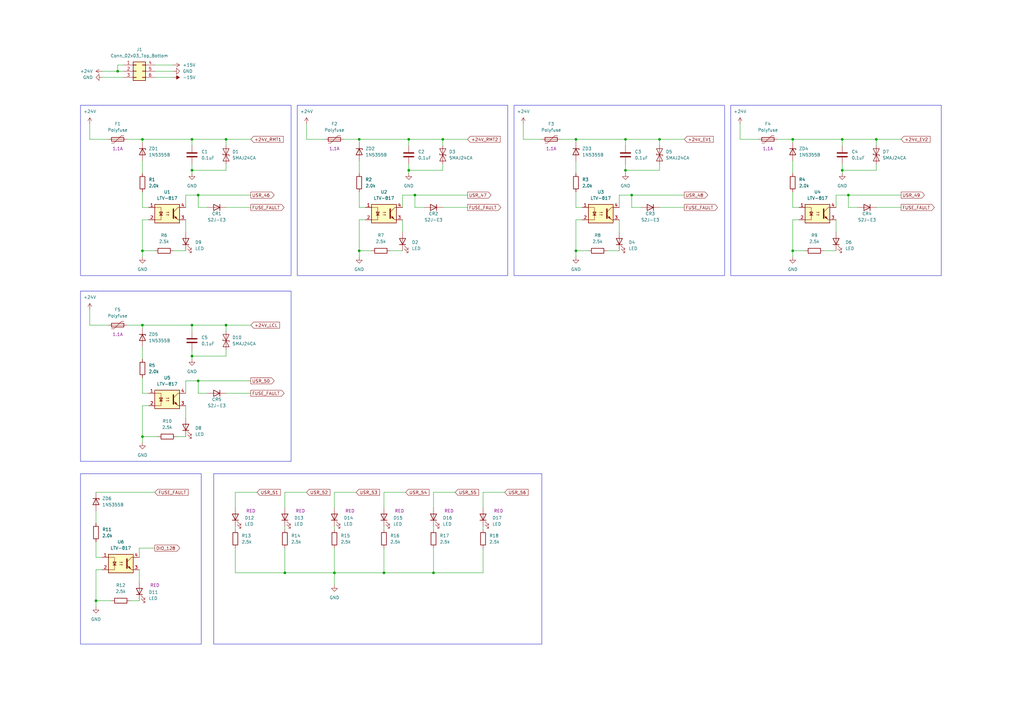
<source format=kicad_sch>
(kicad_sch (version 20230121) (generator eeschema)
  (paper "A3")
  (lib_symbols
    (symbol "Connector_Generic:Conn_02x03_Top_Bottom" (pin_names (offset 1.016) hide)
      (property "Reference" "J" (at 1.27 5.08 0))
      (property "Value" "Conn_02x03_Top_Bottom" (at 1.27 -5.08 0))
      (symbol "Conn_02x03_Top_Bottom_1_1"
        (rectangle (start -1.27 -2.413) (end 0 -2.667) (stroke (width 0.1524)))
        (rectangle (start -1.27 0.127) (end 0 -0.127) (stroke (width 0.1524)))
        (rectangle (start -1.27 2.667) (end 0 2.413) (stroke (width 0.1524)))
        (rectangle (start -1.27 3.81) (end 3.81 -3.81) (stroke (width 0.254)) (fill (type background)))
        (rectangle (start 3.81 -2.413) (end 2.54 -2.667) (stroke (width 0.1524)))
        (rectangle (start 3.81 0.127) (end 2.54 -0.127) (stroke (width 0.1524)))
        (rectangle (start 3.81 2.667) (end 2.54 2.413) (stroke (width 0.1524)))
        (pin passive line (at -5.08 2.54 0) (length 3.81) (name "Pin_1") (number "1"))
        (pin passive line (at -5.08 0 0) (length 3.81) (name "Pin_2") (number "2"))
        (pin passive line (at -5.08 -2.54 0) (length 3.81) (name "Pin_3") (number "3"))
        (pin passive line (at 7.62 2.54 180) (length 3.81) (name "Pin_4") (number "4"))
        (pin passive line (at 7.62 0 180) (length 3.81) (name "Pin_5") (number "5"))
        (pin passive line (at 7.62 -2.54 180) (length 3.81) (name "Pin_6") (number "6"))
      )
    )
    (symbol "Device:C" (pin_numbers hide) (pin_names (offset 0.254))
      (property "Reference" "C" (at 0.635 2.54 0))
      (property "Value" "C" (at 0.635 -2.54 0))
      (symbol "C_0_1"
        (polyline (pts (xy -2.032 -0.762) (xy 2.032 -0.762)) (stroke (width 0.508)))
        (polyline (pts (xy -2.032 0.762) (xy 2.032 0.762)) (stroke (width 0.508)))
      )
      (symbol "C_1_1"
        (pin passive line (at 0 3.81 270) (length 2.794) (name "~") (number "1"))
        (pin passive line (at 0 -3.81 90) (length 2.794) (name "~") (number "2"))
      )
    )
    (symbol "Device:LED" (pin_numbers hide) (pin_names (offset 1.016) hide)
      (property "Reference" "D" (at 0 2.54 0))
      (property "Value" "LED" (at 0 -2.54 0))
      (symbol "LED_0_1"
        (polyline (pts (xy -1.27 -1.27) (xy -1.27 1.27)) (stroke (width 0.254)))
        (polyline (pts (xy -1.27 0) (xy 1.27 0)))
        (polyline (pts (xy 1.27 -1.27) (xy 1.27 1.27) (xy -1.27 0) (xy 1.27 -1.27)) (stroke (width 0.254)))
        (polyline (pts (xy -3.048 -0.762) (xy -4.572 -2.286) (xy -3.81 -2.286) (xy -4.572 -2.286) (xy -4.572 -1.524)))
        (polyline (pts (xy -1.778 -0.762) (xy -3.302 -2.286) (xy -2.54 -2.286) (xy -3.302 -2.286) (xy -3.302 -1.524)))
      )
      (symbol "LED_1_1"
        (pin passive line (at -3.81 0 0) (length 2.54) (name "K") (number "1"))
        (pin passive line (at 3.81 0 180) (length 2.54) (name "A") (number "2"))
      )
    )
    (symbol "Device:Polyfuse" (pin_numbers hide) (pin_names (offset 0))
      (property "Reference" "F" (at -2.54 0 90))
      (property "Value" "Polyfuse" (at 2.54 0 90))
      (symbol "Polyfuse_0_1"
        (rectangle (start -0.762 2.54) (end 0.762 -2.54) (stroke (width 0.254)))
        (polyline (pts (xy 0 2.54) (xy 0 -2.54)))
        (polyline (pts (xy -1.524 2.54) (xy -1.524 1.524) (xy 1.524 -1.524) (xy 1.524 -2.54)))
      )
      (symbol "Polyfuse_1_1"
        (pin passive line (at 0 3.81 270) (length 1.27) (name "~") (number "1"))
        (pin passive line (at 0 -3.81 90) (length 1.27) (name "~") (number "2"))
      )
    )
    (symbol "Device:R" (pin_numbers hide) (pin_names (offset 0))
      (property "Reference" "R" (at 2.032 0 90))
      (property "Value" "R" (at 0 0 90))
      (symbol "R_0_1"
        (rectangle (start -1.016 -2.54) (end 1.016 2.54) (stroke (width 0.254)))
      )
      (symbol "R_1_1"
        (pin passive line (at 0 3.81 270) (length 1.27) (name "~") (number "1"))
        (pin passive line (at 0 -3.81 90) (length 1.27) (name "~") (number "2"))
      )
    )
    (symbol "Diode:1N53xxB" (pin_numbers hide) (pin_names hide)
      (property "Reference" "D" (at 0 2.54 0))
      (property "Value" "1N53xxB" (at 0 -2.54 0))
      (symbol "1N53xxB_0_1"
        (polyline (pts (xy 1.27 0) (xy -1.27 0)))
        (polyline (pts (xy -1.27 -1.27) (xy -1.27 1.27) (xy -0.762 1.27)) (stroke (width 0.254)))
        (polyline (pts (xy 1.27 -1.27) (xy 1.27 1.27) (xy -1.27 0) (xy 1.27 -1.27)) (stroke (width 0.254)))
      )
      (symbol "1N53xxB_1_1"
        (pin passive line (at -3.81 0 0) (length 2.54) (name "K") (number "1"))
        (pin passive line (at 3.81 0 180) (length 2.54) (name "A") (number "2"))
      )
    )
    (symbol "Diode:SMAJ24CA" (pin_numbers hide) (pin_names (offset 1.016) hide)
      (property "Reference" "D" (at 0 2.54 0))
      (property "Value" "SMAJ24CA" (at 0 -2.54 0))
      (symbol "SMAJ24CA_0_1"
        (polyline (pts (xy 1.27 0) (xy -1.27 0)))
        (polyline (pts (xy -2.54 -1.27) (xy 0 0) (xy -2.54 1.27) (xy -2.54 -1.27)) (stroke (width 0.2032)))
        (polyline (pts (xy 0.508 1.27) (xy 0 1.27) (xy 0 -1.27) (xy -0.508 -1.27)) (stroke (width 0.2032)))
        (polyline (pts (xy 2.54 1.27) (xy 2.54 -1.27) (xy 0 0) (xy 2.54 1.27)) (stroke (width 0.2032)))
      )
      (symbol "SMAJ24CA_1_1"
        (pin passive line (at -3.81 0 0) (length 2.54) (name "A1") (number "1"))
        (pin passive line (at 3.81 0 180) (length 2.54) (name "A2") (number "2"))
      )
    )
    (symbol "Diode:US1J" (pin_numbers hide) (pin_names hide)
      (property "Reference" "D" (at 0 2.54 0))
      (property "Value" "US1J" (at 0 -2.54 0))
      (symbol "US1J_0_1"
        (polyline (pts (xy -1.27 1.27) (xy -1.27 -1.27)) (stroke (width 0.254)))
        (polyline (pts (xy 1.27 0) (xy -1.27 0)))
        (polyline (pts (xy 1.27 1.27) (xy 1.27 -1.27) (xy -1.27 0) (xy 1.27 1.27)) (stroke (width 0.254)))
      )
      (symbol "US1J_1_1"
        (pin passive line (at -3.81 0 0) (length 2.54) (name "K") (number "1"))
        (pin passive line (at 3.81 0 180) (length 2.54) (name "A") (number "2"))
      )
    )
    (symbol "Isolator:LTV-817" (pin_names (offset 1.016))
      (property "Reference" "U" (at -5.08 5.08 0))
      (property "Value" "LTV-817" (at 0 5.08 0))
      (symbol "LTV-817_0_1"
        (rectangle (start -5.08 3.81) (end 5.08 -3.81) (stroke (width 0.254)) (fill (type background)))
        (polyline (pts (xy -3.175 -0.635) (xy -1.905 -0.635)) (stroke (width 0.254)))
        (polyline (pts (xy 2.54 0.635) (xy 4.445 2.54)))
        (polyline (pts (xy 4.445 -2.54) (xy 2.54 -0.635)) (fill (type outline)))
        (polyline (pts (xy 4.445 -2.54) (xy 5.08 -2.54)))
        (polyline (pts (xy 4.445 2.54) (xy 5.08 2.54)))
        (polyline (pts (xy -5.08 2.54) (xy -2.54 2.54) (xy -2.54 -0.762)))
        (polyline (pts (xy -2.54 -0.635) (xy -2.54 -2.54) (xy -5.08 -2.54)))
        (polyline (pts (xy 2.54 1.905) (xy 2.54 -1.905) (xy 2.54 -1.905)) (stroke (width 0.508)))
        (polyline (pts (xy -2.54 -0.635) (xy -3.175 0.635) (xy -1.905 0.635) (xy -2.54 -0.635)) (stroke (width 0.254)))
        (polyline (pts (xy -0.508 -0.508) (xy 0.762 -0.508) (xy 0.381 -0.635) (xy 0.381 -0.381) (xy 0.762 -0.508)))
        (polyline (pts (xy -0.508 0.508) (xy 0.762 0.508) (xy 0.381 0.381) (xy 0.381 0.635) (xy 0.762 0.508)))
        (polyline (pts (xy 3.048 -1.651) (xy 3.556 -1.143) (xy 4.064 -2.159) (xy 3.048 -1.651) (xy 3.048 -1.651)) (fill (type outline)))
      )
      (symbol "LTV-817_1_1"
        (pin passive line (at -7.62 2.54 0) (length 2.54) (name "~") (number "1"))
        (pin passive line (at -7.62 -2.54 0) (length 2.54) (name "~") (number "2"))
        (pin passive line (at 7.62 -2.54 180) (length 2.54) (name "~") (number "3"))
        (pin passive line (at 7.62 2.54 180) (length 2.54) (name "~") (number "4"))
      )
    )
    (symbol "power:+15V" (power) (pin_names (offset 0))
      (property "Value" "+15V" (at 0 3.556 0))
      (symbol "+15V_0_1"
        (polyline (pts (xy -0.762 1.27) (xy 0 2.54)))
        (polyline (pts (xy 0 0) (xy 0 2.54)))
        (polyline (pts (xy 0 2.54) (xy 0.762 1.27)))
      )
      (symbol "+15V_1_1"
        (pin power_in line (at 0 0 90) (length 0) hide (name "+15V") (number "1"))
      )
    )
    (symbol "power:+24V" (power) (pin_names (offset 0))
      (property "Value" "+24V" (at 0 3.556 0))
      (symbol "+24V_0_1"
        (polyline (pts (xy -0.762 1.27) (xy 0 2.54)))
        (polyline (pts (xy 0 0) (xy 0 2.54)))
        (polyline (pts (xy 0 2.54) (xy 0.762 1.27)))
      )
      (symbol "+24V_1_1"
        (pin power_in line (at 0 0 90) (length 0) hide (name "+24V") (number "1"))
      )
    )
    (symbol "power:-15V" (power) (pin_names (offset 0))
      (property "Value" "-15V" (at 0 3.81 0))
      (symbol "-15V_0_0"
        (pin power_in line (at 0 0 90) (length 0) hide (name "-15V") (number "1"))
      )
      (symbol "-15V_0_1"
        (polyline (pts (xy 0 0) (xy 0 1.27) (xy 0.762 1.27) (xy 0 2.54) (xy -0.762 1.27) (xy 0 1.27)) (fill (type outline)))
      )
    )
    (symbol "power:GND" (power) (pin_names (offset 0))
      (property "Value" "GND" (at 0 -3.81 0))
      (symbol "GND_0_1"
        (polyline (pts (xy 0 0) (xy 0 -1.27) (xy 1.27 -1.27) (xy 0 -2.54) (xy -1.27 -1.27) (xy 0 -1.27)))
      )
      (symbol "GND_1_1"
        (pin power_in line (at 0 0 270) (length 0) hide (name "GND") (number "1"))
      )
    )
  )
  (junction (at 147.32 102.87))
  (junction (at 147.32 57.15))
  (junction (at 78.74 69.85))
  (junction (at 116.84 234.95))
  (junction (at 325.12 102.87))
  (junction (at 345.44 57.15))
  (junction (at 177.8 234.95))
  (junction (at 256.54 57.15))
  (junction (at 167.64 69.85))
  (junction (at 259.08 80.01))
  (junction (at 236.22 102.87))
  (junction (at 58.42 57.15))
  (junction (at 359.41 57.15))
  (junction (at 48.26 29.21))
  (junction (at 92.71 133.35))
  (junction (at 78.74 57.15))
  (junction (at 39.37 246.38))
  (junction (at 236.22 57.15))
  (junction (at 92.71 57.15))
  (junction (at 256.54 69.85))
  (junction (at 78.74 133.35))
  (junction (at 181.61 57.15))
  (junction (at 58.42 102.87))
  (junction (at 170.18 80.01))
  (junction (at 325.12 57.15))
  (junction (at 157.48 234.95))
  (junction (at 137.16 234.95))
  (junction (at 345.44 69.85))
  (junction (at 81.28 156.21))
  (junction (at 58.42 179.07))
  (junction (at 167.64 57.15))
  (junction (at 81.28 80.01))
  (junction (at 58.42 133.35))
  (junction (at 347.98 80.01))
  (junction (at 78.74 146.05))
  (junction (at 270.51 57.15))
  (wire (pts (xy 325.12 85.09) (xy 327.66 85.09)))
  (wire (pts (xy 236.22 85.09) (xy 238.76 85.09)))
  (wire (pts (xy 181.61 57.15) (xy 191.77 57.15)))
  (wire (pts (xy 254 80.01) (xy 254 85.09)))
  (wire (pts (xy 58.42 133.35) (xy 58.42 134.62)))
  (wire (pts (xy 78.74 69.85) (xy 78.74 71.12)))
  (wire (pts (xy 125.73 201.93) (xy 116.84 201.93)))
  (wire (pts (xy 81.28 85.09) (xy 81.28 80.01)))
  (wire (pts (xy 92.71 57.15) (xy 102.87 57.15)))
  (wire (pts (xy 58.42 102.87) (xy 63.5 102.87)))
  (wire (pts (xy 78.74 133.35) (xy 92.71 133.35)))
  (wire (pts (xy 181.61 85.09) (xy 191.77 85.09)))
  (wire (pts (xy 39.37 233.68) (xy 39.37 246.38)))
  (wire (pts (xy 325.12 90.17) (xy 327.66 90.17)))
  (wire (pts (xy 214.63 50.8) (xy 214.63 57.15)))
  (wire (pts (xy 351.79 85.09) (xy 347.98 85.09)))
  (wire (pts (xy 58.42 66.04) (xy 58.42 71.12)))
  (wire (pts (xy 63.5 29.21) (xy 71.12 29.21)))
  (wire (pts (xy 166.37 201.93) (xy 157.48 201.93)))
  (wire (pts (xy 92.71 85.09) (xy 102.87 85.09)))
  (wire (pts (xy 39.37 228.6) (xy 41.91 228.6)))
  (wire (pts (xy 270.51 69.85) (xy 256.54 69.85)))
  (wire (pts (xy 58.42 85.09) (xy 60.96 85.09)))
  (wire (pts (xy 58.42 179.07) (xy 58.42 181.61)))
  (wire (pts (xy 92.71 143.51) (xy 92.71 146.05)))
  (wire (pts (xy 248.92 102.87) (xy 254 102.87)))
  (wire (pts (xy 96.52 234.95) (xy 116.84 234.95)))
  (wire (pts (xy 102.87 156.21) (xy 81.28 156.21)))
  (wire (pts (xy 125.73 57.15) (xy 133.35 57.15)))
  (wire (pts (xy 236.22 102.87) (xy 236.22 105.41)))
  (wire (pts (xy 36.83 133.35) (xy 44.45 133.35)))
  (wire (pts (xy 71.12 102.87) (xy 76.2 102.87)))
  (wire (pts (xy 58.42 102.87) (xy 58.42 105.41)))
  (wire (pts (xy 359.41 57.15) (xy 369.57 57.15)))
  (wire (pts (xy 270.51 57.15) (xy 280.67 57.15)))
  (wire (pts (xy 92.71 133.35) (xy 102.87 133.35)))
  (wire (pts (xy 78.74 57.15) (xy 92.71 57.15)))
  (wire (pts (xy 177.8 201.93) (xy 177.8 208.28)))
  (wire (pts (xy 325.12 78.74) (xy 325.12 85.09)))
  (wire (pts (xy 39.37 246.38) (xy 39.37 248.92)))
  (wire (pts (xy 254 90.17) (xy 254 95.25)))
  (wire (pts (xy 36.83 127) (xy 36.83 133.35)))
  (wire (pts (xy 140.97 57.15) (xy 147.32 57.15)))
  (wire (pts (xy 256.54 57.15) (xy 270.51 57.15)))
  (wire (pts (xy 58.42 154.94) (xy 58.42 161.29)))
  (wire (pts (xy 147.32 90.17) (xy 147.32 102.87)))
  (wire (pts (xy 147.32 66.04) (xy 147.32 71.12)))
  (wire (pts (xy 72.39 179.07) (xy 76.2 179.07)))
  (wire (pts (xy 76.2 90.17) (xy 76.2 95.25)))
  (wire (pts (xy 147.32 90.17) (xy 149.86 90.17)))
  (wire (pts (xy 262.89 85.09) (xy 259.08 85.09)))
  (wire (pts (xy 157.48 201.93) (xy 157.48 208.28)))
  (wire (pts (xy 76.2 166.37) (xy 76.2 171.45)))
  (wire (pts (xy 78.74 59.69) (xy 78.74 57.15)))
  (wire (pts (xy 78.74 133.35) (xy 58.42 133.35)))
  (wire (pts (xy 236.22 66.04) (xy 236.22 71.12)))
  (wire (pts (xy 147.32 102.87) (xy 152.4 102.87)))
  (wire (pts (xy 116.84 234.95) (xy 137.16 234.95)))
  (wire (pts (xy 146.05 201.93) (xy 137.16 201.93)))
  (wire (pts (xy 157.48 224.79) (xy 157.48 234.95)))
  (wire (pts (xy 48.26 26.67) (xy 48.26 29.21)))
  (wire (pts (xy 181.61 69.85) (xy 167.64 69.85)))
  (wire (pts (xy 137.16 234.95) (xy 157.48 234.95)))
  (wire (pts (xy 345.44 57.15) (xy 325.12 57.15)))
  (wire (pts (xy 76.2 80.01) (xy 76.2 85.09)))
  (wire (pts (xy 78.74 146.05) (xy 78.74 147.32)))
  (wire (pts (xy 92.71 146.05) (xy 78.74 146.05)))
  (wire (pts (xy 325.12 102.87) (xy 330.2 102.87)))
  (wire (pts (xy 102.87 80.01) (xy 81.28 80.01)))
  (wire (pts (xy 96.52 215.9) (xy 96.52 217.17)))
  (wire (pts (xy 236.22 90.17) (xy 238.76 90.17)))
  (wire (pts (xy 359.41 67.31) (xy 359.41 69.85)))
  (wire (pts (xy 167.64 57.15) (xy 147.32 57.15)))
  (wire (pts (xy 236.22 78.74) (xy 236.22 85.09)))
  (wire (pts (xy 256.54 67.31) (xy 256.54 69.85)))
  (wire (pts (xy 147.32 102.87) (xy 147.32 105.41)))
  (wire (pts (xy 58.42 57.15) (xy 58.42 58.42)))
  (wire (pts (xy 36.83 57.15) (xy 44.45 57.15)))
  (wire (pts (xy 167.64 59.69) (xy 167.64 57.15)))
  (wire (pts (xy 81.28 161.29) (xy 81.28 156.21)))
  (wire (pts (xy 85.09 161.29) (xy 81.28 161.29)))
  (wire (pts (xy 48.26 29.21) (xy 50.8 29.21)))
  (wire (pts (xy 105.41 201.93) (xy 96.52 201.93)))
  (wire (pts (xy 96.52 201.93) (xy 96.52 208.28)))
  (wire (pts (xy 58.42 90.17) (xy 60.96 90.17)))
  (wire (pts (xy 92.71 135.89) (xy 92.71 133.35)))
  (wire (pts (xy 318.77 57.15) (xy 325.12 57.15)))
  (wire (pts (xy 236.22 102.87) (xy 241.3 102.87)))
  (wire (pts (xy 116.84 215.9) (xy 116.84 217.17)))
  (wire (pts (xy 325.12 102.87) (xy 325.12 105.41)))
  (wire (pts (xy 325.12 66.04) (xy 325.12 71.12)))
  (wire (pts (xy 165.1 90.17) (xy 165.1 95.25)))
  (wire (pts (xy 280.67 80.01) (xy 259.08 80.01)))
  (wire (pts (xy 58.42 166.37) (xy 60.96 166.37)))
  (wire (pts (xy 342.9 90.17) (xy 342.9 95.25)))
  (wire (pts (xy 147.32 57.15) (xy 147.32 58.42)))
  (wire (pts (xy 36.83 50.8) (xy 36.83 57.15)))
  (wire (pts (xy 41.91 29.21) (xy 48.26 29.21)))
  (wire (pts (xy 181.61 59.69) (xy 181.61 57.15)))
  (wire (pts (xy 325.12 90.17) (xy 325.12 102.87)))
  (wire (pts (xy 347.98 80.01) (xy 342.9 80.01)))
  (wire (pts (xy 303.53 57.15) (xy 311.15 57.15)))
  (wire (pts (xy 167.64 57.15) (xy 181.61 57.15)))
  (wire (pts (xy 81.28 80.01) (xy 76.2 80.01)))
  (wire (pts (xy 92.71 69.85) (xy 78.74 69.85)))
  (wire (pts (xy 256.54 69.85) (xy 256.54 71.12)))
  (wire (pts (xy 303.53 50.8) (xy 303.53 57.15)))
  (wire (pts (xy 256.54 59.69) (xy 256.54 57.15)))
  (wire (pts (xy 39.37 222.25) (xy 39.37 228.6)))
  (wire (pts (xy 191.77 80.01) (xy 170.18 80.01)))
  (wire (pts (xy 116.84 224.79) (xy 116.84 234.95)))
  (wire (pts (xy 92.71 59.69) (xy 92.71 57.15)))
  (wire (pts (xy 137.16 215.9) (xy 137.16 217.17)))
  (wire (pts (xy 58.42 161.29) (xy 60.96 161.29)))
  (wire (pts (xy 157.48 234.95) (xy 177.8 234.95)))
  (wire (pts (xy 170.18 85.09) (xy 170.18 80.01)))
  (wire (pts (xy 57.15 233.68) (xy 57.15 238.76)))
  (wire (pts (xy 345.44 59.69) (xy 345.44 57.15)))
  (wire (pts (xy 167.64 67.31) (xy 167.64 69.85)))
  (wire (pts (xy 181.61 67.31) (xy 181.61 69.85)))
  (wire (pts (xy 342.9 80.01) (xy 342.9 85.09)))
  (wire (pts (xy 177.8 234.95) (xy 198.12 234.95)))
  (wire (pts (xy 39.37 209.55) (xy 39.37 214.63)))
  (wire (pts (xy 337.82 102.87) (xy 342.9 102.87)))
  (wire (pts (xy 270.51 59.69) (xy 270.51 57.15)))
  (wire (pts (xy 177.8 215.9) (xy 177.8 217.17)))
  (wire (pts (xy 78.74 57.15) (xy 58.42 57.15)))
  (wire (pts (xy 58.42 166.37) (xy 58.42 179.07)))
  (wire (pts (xy 78.74 135.89) (xy 78.74 133.35)))
  (wire (pts (xy 58.42 90.17) (xy 58.42 102.87)))
  (wire (pts (xy 347.98 85.09) (xy 347.98 80.01)))
  (wire (pts (xy 39.37 246.38) (xy 45.72 246.38)))
  (wire (pts (xy 116.84 201.93) (xy 116.84 208.28)))
  (wire (pts (xy 198.12 201.93) (xy 198.12 208.28)))
  (wire (pts (xy 147.32 78.74) (xy 147.32 85.09)))
  (wire (pts (xy 92.71 161.29) (xy 102.87 161.29)))
  (wire (pts (xy 58.42 78.74) (xy 58.42 85.09)))
  (wire (pts (xy 85.09 85.09) (xy 81.28 85.09)))
  (wire (pts (xy 186.69 201.93) (xy 177.8 201.93)))
  (wire (pts (xy 78.74 67.31) (xy 78.74 69.85)))
  (wire (pts (xy 259.08 85.09) (xy 259.08 80.01)))
  (wire (pts (xy 58.42 179.07) (xy 64.77 179.07)))
  (wire (pts (xy 214.63 57.15) (xy 222.25 57.15)))
  (wire (pts (xy 256.54 57.15) (xy 236.22 57.15)))
  (wire (pts (xy 345.44 57.15) (xy 359.41 57.15)))
  (wire (pts (xy 78.74 143.51) (xy 78.74 146.05)))
  (wire (pts (xy 57.15 224.79) (xy 63.5 224.79)))
  (wire (pts (xy 177.8 224.79) (xy 177.8 234.95)))
  (wire (pts (xy 92.71 67.31) (xy 92.71 69.85)))
  (wire (pts (xy 52.07 57.15) (xy 58.42 57.15)))
  (wire (pts (xy 198.12 215.9) (xy 198.12 217.17)))
  (wire (pts (xy 167.64 69.85) (xy 167.64 71.12)))
  (wire (pts (xy 39.37 201.93) (xy 63.5 201.93)))
  (wire (pts (xy 39.37 233.68) (xy 41.91 233.68)))
  (wire (pts (xy 137.16 201.93) (xy 137.16 208.28)))
  (wire (pts (xy 81.28 156.21) (xy 76.2 156.21)))
  (wire (pts (xy 41.91 31.75) (xy 50.8 31.75)))
  (wire (pts (xy 137.16 240.03) (xy 137.16 234.95)))
  (wire (pts (xy 359.41 85.09) (xy 369.57 85.09)))
  (wire (pts (xy 165.1 80.01) (xy 165.1 85.09)))
  (wire (pts (xy 58.42 142.24) (xy 58.42 147.32)))
  (wire (pts (xy 270.51 85.09) (xy 280.67 85.09)))
  (wire (pts (xy 76.2 156.21) (xy 76.2 161.29)))
  (wire (pts (xy 236.22 90.17) (xy 236.22 102.87)))
  (wire (pts (xy 198.12 224.79) (xy 198.12 234.95)))
  (wire (pts (xy 173.99 85.09) (xy 170.18 85.09)))
  (wire (pts (xy 137.16 224.79) (xy 137.16 234.95)))
  (wire (pts (xy 96.52 224.79) (xy 96.52 234.95)))
  (wire (pts (xy 270.51 67.31) (xy 270.51 69.85)))
  (wire (pts (xy 345.44 69.85) (xy 345.44 71.12)))
  (wire (pts (xy 57.15 224.79) (xy 57.15 228.6)))
  (wire (pts (xy 50.8 26.67) (xy 48.26 26.67)))
  (wire (pts (xy 236.22 57.15) (xy 236.22 58.42)))
  (wire (pts (xy 53.34 246.38) (xy 57.15 246.38)))
  (wire (pts (xy 359.41 59.69) (xy 359.41 57.15)))
  (wire (pts (xy 345.44 67.31) (xy 345.44 69.85)))
  (wire (pts (xy 147.32 85.09) (xy 149.86 85.09)))
  (wire (pts (xy 160.02 102.87) (xy 165.1 102.87)))
  (wire (pts (xy 359.41 69.85) (xy 345.44 69.85)))
  (wire (pts (xy 369.57 80.01) (xy 347.98 80.01)))
  (wire (pts (xy 325.12 57.15) (xy 325.12 58.42)))
  (wire (pts (xy 207.01 201.93) (xy 198.12 201.93)))
  (wire (pts (xy 170.18 80.01) (xy 165.1 80.01)))
  (wire (pts (xy 259.08 80.01) (xy 254 80.01)))
  (wire (pts (xy 157.48 215.9) (xy 157.48 217.17)))
  (wire (pts (xy 229.87 57.15) (xy 236.22 57.15)))
  (wire (pts (xy 63.5 31.75) (xy 71.12 31.75)))
  (wire (pts (xy 52.07 133.35) (xy 58.42 133.35)))
  (wire (pts (xy 125.73 50.8) (xy 125.73 57.15)))
  (wire (pts (xy 63.5 26.67) (xy 71.12 26.67)))
  (rectangle (start 33.02 194.31) (end 82.55 264.16))
  (rectangle (start 210.82 43.18) (end 297.18 113.03))
  (rectangle (start 299.72 43.18) (end 386.08 113.03))
  (rectangle (start 121.92 43.18) (end 208.28 113.03))
  (rectangle (start 33.02 119.38) (end 119.38 189.23))
  (rectangle (start 87.63 194.31) (end 222.25 264.16))
  (rectangle (start 33.02 43.18) (end 119.38 113.03))
  (global_label "USR_52" (shape input) (at 125.73 201.93 0) (property "Intersheetrefs" "${INTERSHEET_REFS}" (effects hide)))
  (global_label "FUSE_FAULT" (shape output) (at 102.87 161.29 0) (property "Intersheetrefs" "${INTERSHEET_REFS}" (effects hide)))
  (global_label "USR_50" (shape output) (at 102.87 156.21 0) (property "Intersheetrefs" "${INTERSHEET_REFS}" (effects hide)))
  (global_label "FUSE_FAULT" (shape input) (at 63.5 201.93 0) (property "Intersheetrefs" "${INTERSHEET_REFS}" (effects hide)))
  (global_label "FUSE_FAULT" (shape output) (at 280.67 85.09 0) (property "Intersheetrefs" "${INTERSHEET_REFS}" (effects hide)))
  (global_label "+24V_EV1" (shape input) (at 280.67 57.15 0) (property "Intersheetrefs" "${INTERSHEET_REFS}" (effects hide)))
  (global_label "FUSE_FAULT" (shape output) (at 369.57 85.09 0) (property "Intersheetrefs" "${INTERSHEET_REFS}" (effects hide)))
  (global_label "USR_49" (shape output) (at 369.57 80.01 0) (property "Intersheetrefs" "${INTERSHEET_REFS}" (effects hide)))
  (global_label "+24V_EV2" (shape input) (at 369.57 57.15 0) (property "Intersheetrefs" "${INTERSHEET_REFS}" (effects hide)))
  (global_label "USR_47" (shape output) (at 191.77 80.01 0) (property "Intersheetrefs" "${INTERSHEET_REFS}" (effects hide)))
  (global_label "DIO_128" (shape output) (at 63.5 224.79 0) (property "Intersheetrefs" "${INTERSHEET_REFS}" (effects hide)))
  (global_label "FUSE_FAULT" (shape output) (at 191.77 85.09 0) (property "Intersheetrefs" "${INTERSHEET_REFS}" (effects hide)))
  (global_label "USR_51" (shape input) (at 105.41 201.93 0) (property "Intersheetrefs" "${INTERSHEET_REFS}" (effects hide)))
  (global_label "+24V_RMT1" (shape input) (at 102.87 57.15 0) (property "Intersheetrefs" "${INTERSHEET_REFS}" (effects hide)))
  (global_label "+24V_LCL" (shape input) (at 102.87 133.35 0) (property "Intersheetrefs" "${INTERSHEET_REFS}" (effects hide)))
  (global_label "USR_53" (shape input) (at 146.05 201.93 0) (property "Intersheetrefs" "${INTERSHEET_REFS}" (effects hide)))
  (global_label "USR_55" (shape input) (at 186.69 201.93 0) (property "Intersheetrefs" "${INTERSHEET_REFS}" (effects hide)))
  (global_label "+24V_RMT2" (shape input) (at 191.77 57.15 0) (property "Intersheetrefs" "${INTERSHEET_REFS}" (effects hide)))
  (global_label "USR_48" (shape output) (at 280.67 80.01 0) (property "Intersheetrefs" "${INTERSHEET_REFS}" (effects hide)))
  (global_label "USR_46" (shape output) (at 102.87 80.01 0) (property "Intersheetrefs" "${INTERSHEET_REFS}" (effects hide)))
  (global_label "FUSE_FAULT" (shape output) (at 102.87 85.09 0) (property "Intersheetrefs" "${INTERSHEET_REFS}" (effects hide)))
  (global_label "USR_56" (shape input) (at 207.01 201.93 0) (property "Intersheetrefs" "${INTERSHEET_REFS}" (effects hide)))
  (global_label "USR_54" (shape input) (at 166.37 201.93 0) (property "Intersheetrefs" "${INTERSHEET_REFS}" (effects hide)))
  (symbol (lib_id "Device:R") (at 68.58 179.07 90) (unit 1)
    (property "Reference" "R10" (at 68.58 172.72 90))
    (property "Value" "2.5k" (at 68.58 175.26 90))
    (instances (project "ValorIntlk" (path "" (reference "R10") (unit 1)) (path "" (reference "R6") (unit 1))))
  )
  (symbol (lib_id "Diode:1N53xxB") (at 325.12 62.23 270) (unit 1)
    (property "Reference" "ZD4" (at 327.66 60.96 90) (effects (justify left)))
    (property "Value" "1N5355B" (at 327.66 63.5 90) (effects (justify left)))
    (property "Footprint" "Diode_THT:D_DO-201_P15.24mm_Horizontal" (effects hide))
    (property "Datasheet" "https://diotec.com/tl_files/diotec/files/pdf/datasheets/1n5345b.pdf" (effects hide))
    (instances (project "ValorIntlk" (path "" (reference "ZD4") (unit 1)) (path "" (reference "ZD6") (unit 1))))
  )
  (symbol (lib_id "Device:R") (at 156.21 102.87 90) (unit 1)
    (property "Reference" "R7" (at 156.21 96.52 90))
    (property "Value" "2.5k" (at 156.21 99.06 90))
    (instances (project "ValorIntlk" (path "" (reference "R7") (unit 1)) (path "" (reference "R11") (unit 1))))
  )
  (symbol (lib_id "power:GND") (at 71.12 29.21 90) (unit 1)
    (property "Reference" "#PWR05" (effects hide))
    (property "Value" "GND" (at 74.93 29.21 90) (effects (justify right)))
    (instances (project "ValorIntlk" (path "" (reference "#PWR05") (unit 1)) (path "" (reference "#PWR09") (unit 1))))
  )
  (symbol (lib_id "Device:R") (at 157.48 220.98 180) (unit 1)
    (property "Reference" "R16" (at 160.02 219.71 0) (effects (justify right)))
    (property "Value" "2.5k" (at 160.02 222.25 0) (effects (justify right)))
    (instances (project "ValorIntlk" (path "" (reference "R16") (unit 1)) (path "" (reference "R12") (unit 1))))
  )
  (symbol (lib_id "Diode:1N53xxB") (at 147.32 62.23 270) (unit 1)
    (property "Reference" "ZD2" (at 149.86 60.96 90) (effects (justify left)))
    (property "Value" "1N5355B" (at 149.86 63.5 90) (effects (justify left)))
    (property "Footprint" "Diode_THT:D_DO-201_P15.24mm_Horizontal" (effects hide))
    (property "Datasheet" "https://diotec.com/tl_files/diotec/files/pdf/datasheets/1n5345b.pdf" (effects hide))
    (instances (project "ValorIntlk" (path "" (reference "ZD2") (unit 1)) (path "" (reference "ZD4") (unit 1))))
  )
  (symbol (lib_id "power:GND") (at 147.32 105.41 0) (unit 1)
    (property "Reference" "#PWR08" (effects hide))
    (property "Value" "GND" (at 147.32 110.49 0))
    (instances (project "ValorIntlk" (path "" (reference "#PWR08") (unit 1)) (path "" (reference "#PWR015") (unit 1))))
  )
  (symbol (lib_id "Diode:SMAJ24CA") (at 270.51 63.5 270) (unit 1)
    (property "Reference" "D5" (at 273.05 62.23 90) (effects (justify left)))
    (property "Value" "SMAJ24CA" (at 273.05 64.77 90) (effects (justify left)))
    (property "Footprint" "Diode_SMD:D_SMA" (effects hide))
    (property "Datasheet" "https://www.littelfuse.com/media?resourcetype=datasheets&itemid=75e32973-b177-4ee3-a0ff-cedaf1abdb93&filename=smaj-datasheet" (effects hide))
    (instances (project "ValorIntlk" (path "" (reference "D5") (unit 1)) (path "" (reference "D15") (unit 1))))
  )
  (symbol (lib_id "power:GND") (at 58.42 105.41 0) (unit 1)
    (property "Reference" "#PWR010" (effects hide))
    (property "Value" "GND" (at 58.42 110.49 0))
    (instances (project "ValorIntlk" (path "" (reference "#PWR010") (unit 1)) (path "" (reference "#PWR06") (unit 1))))
  )
  (symbol (lib_id "Device:R") (at 58.42 74.93 0) (unit 1)
    (property "Reference" "R1" (at 60.96 73.66 0) (effects (justify left)))
    (property "Value" "2.0k" (at 60.96 76.2 0) (effects (justify left)))
    (instances (project "ValorIntlk" (path "" (reference "R1") (unit 1)) (path "" (reference "R3") (unit 1))))
  )
  (symbol (lib_id "Device:LED") (at 342.9 99.06 90) (unit 1)
    (property "Reference" "D6" (at 346.71 99.3775 90) (effects (justify right)))
    (property "Value" "LED" (at 346.71 101.9175 90) (effects (justify right)))
    (instances (project "ValorIntlk" (path "" (reference "D6") (unit 1)) (path "" (reference "D16") (unit 1))))
  )
  (symbol (lib_id "power:GND") (at 345.44 71.12 0) (unit 1)
    (property "Reference" "#PWR017" (effects hide))
    (property "Value" "GND" (at 345.44 76.2 0))
    (instances (project "ValorIntlk" (path "" (reference "#PWR017") (unit 1)) (path "" (reference "#PWR022") (unit 1))))
  )
  (symbol (lib_id "Device:LED") (at 254 99.06 90) (unit 1)
    (property "Reference" "D4" (at 257.81 99.3775 90) (effects (justify right)))
    (property "Value" "LED" (at 257.81 101.9175 90) (effects (justify right)))
    (instances (project "ValorIntlk" (path "" (reference "D4") (unit 1)) (path "" (reference "D14") (unit 1))))
  )
  (symbol (lib_id "Device:R") (at 39.37 218.44 0) (unit 1)
    (property "Reference" "R11" (at 41.91 217.17 0) (effects (justify left)))
    (property "Value" "2.0k" (at 41.91 219.71 0) (effects (justify left)))
    (instances (project "ValorIntlk" (path "" (reference "R11") (unit 1)) (path "" (reference "R1") (unit 1))))
  )
  (symbol (lib_id "power:GND") (at 39.37 248.92 0) (unit 1)
    (property "Reference" "#PWR022" (effects hide))
    (property "Value" "GND" (at 39.37 254 0))
    (instances (project "ValorIntlk" (path "" (reference "#PWR022") (unit 1)) (path "" (reference "#PWR03") (unit 1))))
  )
  (symbol (lib_id "Connector_Generic:Conn_02x03_Top_Bottom") (at 55.88 29.21 0) (unit 1)
    (property "Reference" "J1" (at 57.15 20.32 0))
    (property "Value" "Conn_02x03_Top_Bottom" (at 57.15 22.86 0))
  )
  (symbol (lib_id "Device:R") (at 96.52 220.98 180) (unit 1)
    (property "Reference" "R13" (at 99.06 219.71 0) (effects (justify right)))
    (property "Value" "2.5k" (at 99.06 222.25 0) (effects (justify right)))
    (instances (project "ValorIntlk" (path "" (reference "R13") (unit 1)) (path "" (reference "R7") (unit 1))))
  )
  (symbol (lib_id "Device:LED") (at 137.16 212.09 90) (unit 1)
    (property "Reference" "D14" (at 140.97 212.4075 90) (effects (justify right)))
    (property "Value" "LED" (at 140.97 214.9475 90) (effects (justify right)))
    (property "COLOR" "RED" (at 143.51 209.55 90))
    (instances (project "ValorIntlk" (path "" (reference "D14") (unit 1)) (path "" (reference "D8") (unit 1))))
  )
  (symbol (lib_id "Device:C") (at 345.44 63.5 0) (unit 1)
    (property "Reference" "C4" (at 349.25 62.23 0) (effects (justify left)))
    (property "Value" "0.1uF" (at 349.25 64.77 0) (effects (justify left)))
    (instances (project "ValorIntlk" (path "" (reference "C4") (unit 1)) (path "" (reference "C5") (unit 1))))
  )
  (symbol (lib_id "Isolator:LTV-817") (at 246.38 87.63 0) (unit 1)
    (property "Reference" "U3" (at 246.38 78.74 0))
    (property "Value" "LTV-817" (at 246.38 81.28 0))
    (property "Footprint" "Package_DIP:DIP-4_W7.62mm" (effects hide))
    (property "Datasheet" "http://www.us.liteon.com/downloads/LTV-817-827-847.PDF" (effects hide))
    (instances (project "ValorIntlk" (path "" (reference "U3") (unit 1)) (path "" (reference "U5") (unit 1))))
  )
  (symbol (lib_id "power:GND") (at 236.22 105.41 0) (unit 1)
    (property "Reference" "#PWR013" (effects hide))
    (property "Value" "GND" (at 236.22 110.49 0))
    (instances (project "ValorIntlk" (path "" (reference "#PWR013") (unit 1)) (path "" (reference "#PWR018") (unit 1))))
  )
  (symbol (lib_id "power:GND") (at 137.16 240.03 0) (unit 1)
    (property "Reference" "#PWR021" (effects hide))
    (property "Value" "GND" (at 137.16 245.11 0))
    (instances (project "ValorIntlk" (path "" (reference "#PWR021") (unit 1)) (path "" (reference "#PWR014") (unit 1))))
  )
  (symbol (lib_id "power:GND") (at 58.42 181.61 0) (unit 1)
    (property "Reference" "#PWR019" (effects hide))
    (property "Value" "GND" (at 58.42 186.69 0))
    (instances (project "ValorIntlk" (path "" (reference "#PWR019") (unit 1)) (path "" (reference "#PWR07") (unit 1))))
  )
  (symbol (lib_id "Diode:US1J") (at 88.9 161.29 0) (mirror y) (unit 1)
    (property "Reference" "CR5" (at 88.9 163.83 0))
    (property "Value" "S2J-E3" (at 88.9 166.37 0))
    (property "Footprint" "Diode_SMD:D_SMA" (effects hide))
    (property "Datasheet" "https://www.diodes.com/assets/Datasheets/ds16008.pdf" (effects hide))
    (property "Sim.Device" "D" (effects hide))
    (property "Sim.Pins" "1=K 2=A" (effects hide))
    (instances (project "ValorIntlk" (path "" (reference "CR5") (unit 1)) (path "" (reference "CR2") (unit 1))))
  )
  (symbol (lib_id "Device:Polyfuse") (at 137.16 57.15 90) (unit 1)
    (property "Reference" "F2" (at 137.16 50.8 90))
    (property "Value" "Polyfuse" (at 137.16 53.34 90))
    (property "Amp" "1.1A" (at 137.16 60.96 90))
    (instances (project "ValorIntlk" (path "" (reference "F2") (unit 1)) (path "" (reference "F3") (unit 1))))
  )
  (symbol (lib_id "Device:Polyfuse") (at 48.26 57.15 90) (unit 1)
    (property "Reference" "F1" (at 48.26 50.8 90))
    (property "Value" "Polyfuse" (at 48.26 53.34 90))
    (property "Amp" "1.1A" (at 48.26 60.96 90))
  )
  (symbol (lib_id "Device:R") (at 325.12 74.93 0) (unit 1)
    (property "Reference" "R4" (at 327.66 73.66 0) (effects (justify left)))
    (property "Value" "2.0k" (at 327.66 76.2 0) (effects (justify left)))
    (instances (project "ValorIntlk" (path "" (reference "R4") (unit 1)) (path "" (reference "R17") (unit 1))))
  )
  (symbol (lib_id "Device:LED") (at 76.2 99.06 90) (unit 1)
    (property "Reference" "D9" (at 80.01 99.3775 90) (effects (justify right)))
    (property "Value" "LED" (at 80.01 101.9175 90) (effects (justify right)))
    (instances (project "ValorIntlk" (path "" (reference "D9") (unit 1)) (path "" (reference "D2") (unit 1))))
  )
  (symbol (lib_id "Device:R") (at 147.32 74.93 0) (unit 1)
    (property "Reference" "R2" (at 149.86 73.66 0) (effects (justify left)))
    (property "Value" "2.0k" (at 149.86 76.2 0) (effects (justify left)))
    (instances (project "ValorIntlk" (path "" (reference "R2") (unit 1)) (path "" (reference "R10") (unit 1))))
  )
  (symbol (lib_id "Isolator:LTV-817") (at 68.58 163.83 0) (unit 1)
    (property "Reference" "U5" (at 68.58 154.94 0))
    (property "Value" "LTV-817" (at 68.58 157.48 0))
    (property "Footprint" "Package_DIP:DIP-4_W7.62mm" (effects hide))
    (property "Datasheet" "http://www.us.liteon.com/downloads/LTV-817-827-847.PDF" (effects hide))
    (instances (project "ValorIntlk" (path "" (reference "U5") (unit 1)) (path "" (reference "U3") (unit 1))))
  )
  (symbol (lib_id "Device:LED") (at 157.48 212.09 90) (unit 1)
    (property "Reference" "D15" (at 161.29 212.4075 90) (effects (justify right)))
    (property "Value" "LED" (at 161.29 214.9475 90) (effects (justify right)))
    (property "COLOR" "RED" (at 163.83 209.55 90))
    (instances (project "ValorIntlk" (path "" (reference "D15") (unit 1)) (path "" (reference "D9") (unit 1))))
  )
  (symbol (lib_id "Device:Polyfuse") (at 48.26 133.35 90) (unit 1)
    (property "Reference" "F5" (at 48.26 127 90))
    (property "Value" "Polyfuse" (at 48.26 129.54 90))
    (property "Amp" "1.1A" (at 48.26 137.16 90))
    (instances (project "ValorIntlk" (path "" (reference "F5") (unit 1)) (path "" (reference "F2") (unit 1))))
  )
  (symbol (lib_id "Device:R") (at 49.53 246.38 90) (unit 1)
    (property "Reference" "R12" (at 49.53 240.03 90))
    (property "Value" "2.5k" (at 49.53 242.57 90))
    (instances (project "ValorIntlk" (path "" (reference "R12") (unit 1)) (path "" (reference "R2") (unit 1))))
  )
  (symbol (lib_id "Device:LED") (at 57.15 242.57 90) (unit 1)
    (property "Reference" "D11" (at 60.96 242.8875 90) (effects (justify right)))
    (property "Value" "LED" (at 60.96 245.4275 90) (effects (justify right)))
    (property "COLOR" "RED" (at 63.5 240.03 90))
    (instances (project "ValorIntlk" (path "" (reference "D11") (unit 1)) (path "" (reference "D1") (unit 1))))
  )
  (symbol (lib_id "power:+24V") (at 214.63 50.8 0) (unit 1)
    (property "Reference" "#PWR012" (effects hide))
    (property "Value" "+24V" (at 214.63 45.72 0))
    (instances (project "ValorIntlk" (path "" (reference "#PWR012") (unit 1)) (path "" (reference "#PWR017") (unit 1))))
  )
  (symbol (lib_id "Device:R") (at 177.8 220.98 180) (unit 1)
    (property "Reference" "R17" (at 180.34 219.71 0) (effects (justify right)))
    (property "Value" "2.5k" (at 180.34 222.25 0) (effects (justify right)))
    (instances (project "ValorIntlk" (path "" (reference "R17") (unit 1)) (path "" (reference "R13") (unit 1))))
  )
  (symbol (lib_id "power:+24V") (at 36.83 50.8 0) (unit 1)
    (property "Reference" "#PWR06" (effects hide))
    (property "Value" "+24V" (at 36.83 45.72 0))
    (instances (project "ValorIntlk" (path "" (reference "#PWR06") (unit 1)) (path "" (reference "#PWR01") (unit 1))))
  )
  (symbol (lib_id "Device:Polyfuse") (at 314.96 57.15 90) (unit 1)
    (property "Reference" "F4" (at 314.96 50.8 90))
    (property "Value" "Polyfuse" (at 314.96 53.34 90))
    (property "Amp" "1.1A" (at 314.96 60.96 90))
    (instances (project "ValorIntlk" (path "" (reference "F4") (unit 1)) (path "" (reference "F5") (unit 1))))
  )
  (symbol (lib_id "Device:R") (at 198.12 220.98 180) (unit 1)
    (property "Reference" "R18" (at 200.66 219.71 0) (effects (justify right)))
    (property "Value" "2.5k" (at 200.66 222.25 0) (effects (justify right)))
    (instances (project "ValorIntlk" (path "" (reference "R18") (unit 1)) (path "" (reference "R14") (unit 1))))
  )
  (symbol (lib_id "Isolator:LTV-817") (at 335.28 87.63 0) (unit 1)
    (property "Reference" "U4" (at 335.28 78.74 0))
    (property "Value" "LTV-817" (at 335.28 81.28 0))
    (property "Footprint" "Package_DIP:DIP-4_W7.62mm" (effects hide))
    (property "Datasheet" "http://www.us.liteon.com/downloads/LTV-817-827-847.PDF" (effects hide))
    (instances (project "ValorIntlk" (path "" (reference "U4") (unit 1)) (path "" (reference "U6") (unit 1))))
  )
  (symbol (lib_id "Isolator:LTV-817") (at 49.53 231.14 0) (unit 1)
    (property "Reference" "U6" (at 49.53 222.25 0))
    (property "Value" "LTV-817" (at 49.53 224.79 0))
    (property "Footprint" "Package_DIP:DIP-4_W7.62mm" (effects hide))
    (property "Datasheet" "http://www.us.liteon.com/downloads/LTV-817-827-847.PDF" (effects hide))
    (instances (project "ValorIntlk" (path "" (reference "U6") (unit 1)) (path "" (reference "U1") (unit 1))))
  )
  (symbol (lib_id "Device:R") (at 116.84 220.98 180) (unit 1)
    (property "Reference" "R14" (at 119.38 219.71 0) (effects (justify right)))
    (property "Value" "2.5k" (at 119.38 222.25 0) (effects (justify right)))
    (instances (project "ValorIntlk" (path "" (reference "R14") (unit 1)) (path "" (reference "R8") (unit 1))))
  )
  (symbol (lib_id "Diode:1N53xxB") (at 39.37 205.74 270) (unit 1)
    (property "Reference" "ZD6" (at 41.91 204.47 90) (effects (justify left)))
    (property "Value" "1N5355B" (at 41.91 207.01 90) (effects (justify left)))
    (property "Footprint" "Diode_THT:D_DO-201_P15.24mm_Horizontal" (effects hide))
    (property "Datasheet" "https://diotec.com/tl_files/diotec/files/pdf/datasheets/1n5345b.pdf" (effects hide))
    (instances (project "ValorIntlk" (path "" (reference "ZD6") (unit 1)) (path "" (reference "ZD1") (unit 1))))
  )
  (symbol (lib_id "power:GND") (at 325.12 105.41 0) (unit 1)
    (property "Reference" "#PWR016" (effects hide))
    (property "Value" "GND" (at 325.12 110.49 0))
    (instances (project "ValorIntlk" (path "" (reference "#PWR016") (unit 1)) (path "" (reference "#PWR021") (unit 1))))
  )
  (symbol (lib_id "Device:R") (at 137.16 220.98 180) (unit 1)
    (property "Reference" "R15" (at 139.7 219.71 0) (effects (justify right)))
    (property "Value" "2.5k" (at 139.7 222.25 0) (effects (justify right)))
    (instances (project "ValorIntlk" (path "" (reference "R15") (unit 1)) (path "" (reference "R9") (unit 1))))
  )
  (symbol (lib_id "Diode:1N53xxB") (at 58.42 138.43 270) (unit 1)
    (property "Reference" "ZD5" (at 60.96 137.16 90) (effects (justify left)))
    (property "Value" "1N5355B" (at 60.96 139.7 90) (effects (justify left)))
    (property "Footprint" "Diode_THT:D_DO-201_P15.24mm_Horizontal" (effects hide))
    (property "Datasheet" "https://diotec.com/tl_files/diotec/files/pdf/datasheets/1n5345b.pdf" (effects hide))
    (instances (project "ValorIntlk" (path "" (reference "ZD5") (unit 1)) (path "" (reference "ZD3") (unit 1))))
  )
  (symbol (lib_id "Device:LED") (at 76.2 175.26 90) (unit 1)
    (property "Reference" "D8" (at 80.01 175.5775 90) (effects (justify right)))
    (property "Value" "LED" (at 80.01 178.1175 90) (effects (justify right)))
    (instances (project "ValorIntlk" (path "" (reference "D8") (unit 1)) (path "" (reference "D3") (unit 1))))
  )
  (symbol (lib_id "Device:R") (at 236.22 74.93 0) (unit 1)
    (property "Reference" "R3" (at 238.76 73.66 0) (effects (justify left)))
    (property "Value" "2.0k" (at 238.76 76.2 0) (effects (justify left)))
    (instances (project "ValorIntlk" (path "" (reference "R3") (unit 1)) (path "" (reference "R15") (unit 1))))
  )
  (symbol (lib_id "Diode:US1J") (at 177.8 85.09 0) (mirror y) (unit 1)
    (property "Reference" "CR2" (at 177.8 87.63 0))
    (property "Value" "S2J-E3" (at 177.8 90.17 0))
    (property "Footprint" "Diode_SMD:D_SMA" (effects hide))
    (property "Datasheet" "https://www.diodes.com/assets/Datasheets/ds16008.pdf" (effects hide))
    (property "Sim.Device" "D" (effects hide))
    (property "Sim.Pins" "1=K 2=A" (effects hide))
    (instances (project "ValorIntlk" (path "" (reference "CR2") (unit 1)) (path "" (reference "CR3") (unit 1))))
  )
  (symbol (lib_id "Device:LED") (at 116.84 212.09 90) (unit 1)
    (property "Reference" "D13" (at 120.65 212.4075 90) (effects (justify right)))
    (property "Value" "LED" (at 120.65 214.9475 90) (effects (justify right)))
    (property "COLOR" "RED" (at 123.19 209.55 90))
    (instances (project "ValorIntlk" (path "" (reference "D13") (unit 1)) (path "" (reference "D7") (unit 1))))
  )
  (symbol (lib_id "power:GND") (at 167.64 71.12 0) (unit 1)
    (property "Reference" "#PWR09" (effects hide))
    (property "Value" "GND" (at 167.64 76.2 0))
    (instances (project "ValorIntlk" (path "" (reference "#PWR09") (unit 1)) (path "" (reference "#PWR016") (unit 1))))
  )
  (symbol (lib_id "Isolator:LTV-817") (at 68.58 87.63 0) (unit 1)
    (property "Reference" "U1" (at 68.58 78.74 0))
    (property "Value" "LTV-817" (at 68.58 81.28 0))
    (property "Footprint" "Package_DIP:DIP-4_W7.62mm" (effects hide))
    (property "Datasheet" "http://www.us.liteon.com/downloads/LTV-817-827-847.PDF" (effects hide))
    (instances (project "ValorIntlk" (path "" (reference "U1") (unit 1)) (path "" (reference "U2") (unit 1))))
  )
  (symbol (lib_id "Device:LED") (at 96.52 212.09 90) (unit 1)
    (property "Reference" "D12" (at 100.33 212.4075 90) (effects (justify right)))
    (property "Value" "LED" (at 100.33 214.9475 90) (effects (justify right)))
    (property "COLOR" "RED" (at 102.87 209.55 90))
    (instances (project "ValorIntlk" (path "" (reference "D12") (unit 1)) (path "" (reference "D6") (unit 1))))
  )
  (symbol (lib_id "power:+24V") (at 36.83 127 0) (unit 1)
    (property "Reference" "#PWR018" (effects hide))
    (property "Value" "+24V" (at 36.83 121.92 0))
    (instances (project "ValorIntlk" (path "" (reference "#PWR018") (unit 1)) (path "" (reference "#PWR02") (unit 1))))
  )
  (symbol (lib_id "Diode:SMAJ24CA") (at 92.71 63.5 270) (unit 1)
    (property "Reference" "D1" (at 95.25 62.23 90) (effects (justify left)))
    (property "Value" "SMAJ24CA" (at 95.25 64.77 90) (effects (justify left)))
    (property "Footprint" "Diode_SMD:D_SMA" (effects hide))
    (property "Datasheet" "https://www.littelfuse.com/media?resourcetype=datasheets&itemid=75e32973-b177-4ee3-a0ff-cedaf1abdb93&filename=smaj-datasheet" (effects hide))
    (instances (project "ValorIntlk" (path "" (reference "D1") (unit 1)) (path "" (reference "D4") (unit 1))))
  )
  (symbol (lib_id "Diode:US1J") (at 88.9 85.09 0) (mirror y) (unit 1)
    (property "Reference" "CR1" (at 88.9 87.63 0))
    (property "Value" "S2J-E3" (at 88.9 90.17 0))
    (property "Footprint" "Diode_SMD:D_SMA" (effects hide))
    (property "Datasheet" "https://www.diodes.com/assets/Datasheets/ds16008.pdf" (effects hide))
    (property "Sim.Device" "D" (effects hide))
    (property "Sim.Pins" "1=K 2=A" (effects hide))
  )
  (symbol (lib_id "Diode:1N53xxB") (at 236.22 62.23 270) (unit 1)
    (property "Reference" "ZD3" (at 238.76 60.96 90) (effects (justify left)))
    (property "Value" "1N5355B" (at 238.76 63.5 90) (effects (justify left)))
    (property "Footprint" "Diode_THT:D_DO-201_P15.24mm_Horizontal" (effects hide))
    (property "Datasheet" "https://diotec.com/tl_files/diotec/files/pdf/datasheets/1n5345b.pdf" (effects hide))
    (instances (project "ValorIntlk" (path "" (reference "ZD3") (unit 1)) (path "" (reference "ZD5") (unit 1))))
  )
  (symbol (lib_id "Diode:SMAJ24CA") (at 359.41 63.5 270) (unit 1)
    (property "Reference" "D7" (at 361.95 62.23 90) (effects (justify left)))
    (property "Value" "SMAJ24CA" (at 361.95 64.77 90) (effects (justify left)))
    (property "Footprint" "Diode_SMD:D_SMA" (effects hide))
    (property "Datasheet" "https://www.littelfuse.com/media?resourcetype=datasheets&itemid=75e32973-b177-4ee3-a0ff-cedaf1abdb93&filename=smaj-datasheet" (effects hide))
    (instances (project "ValorIntlk" (path "" (reference "D7") (unit 1)) (path "" (reference "D17") (unit 1))))
  )
  (symbol (lib_id "Diode:SMAJ24CA") (at 181.61 63.5 270) (unit 1)
    (property "Reference" "D3" (at 184.15 62.23 90) (effects (justify left)))
    (property "Value" "SMAJ24CA" (at 184.15 64.77 90) (effects (justify left)))
    (property "Footprint" "Diode_SMD:D_SMA" (effects hide))
    (property "Datasheet" "https://www.littelfuse.com/media?resourcetype=datasheets&itemid=75e32973-b177-4ee3-a0ff-cedaf1abdb93&filename=smaj-datasheet" (effects hide))
    (instances (project "ValorIntlk" (path "" (reference "D3") (unit 1)) (path "" (reference "D12") (unit 1))))
  )
  (symbol (lib_id "Device:C") (at 78.74 139.7 0) (unit 1)
    (property "Reference" "C5" (at 82.55 138.43 0) (effects (justify left)))
    (property "Value" "0.1uF" (at 82.55 140.97 0) (effects (justify left)))
    (instances (project "ValorIntlk" (path "" (reference "C5") (unit 1)) (path "" (reference "C2") (unit 1))))
  )
  (symbol (lib_id "Device:R") (at 245.11 102.87 90) (unit 1)
    (property "Reference" "R8" (at 245.11 96.52 90))
    (property "Value" "2.5k" (at 245.11 99.06 90))
    (instances (project "ValorIntlk" (path "" (reference "R8") (unit 1)) (path "" (reference "R16") (unit 1))))
  )
  (symbol (lib_id "power:GND") (at 256.54 71.12 0) (unit 1)
    (property "Reference" "#PWR014" (effects hide))
    (property "Value" "GND" (at 256.54 76.2 0))
    (instances (project "ValorIntlk" (path "" (reference "#PWR014") (unit 1)) (path "" (reference "#PWR019") (unit 1))))
  )
  (symbol (lib_id "Isolator:LTV-817") (at 157.48 87.63 0) (unit 1)
    (property "Reference" "U2" (at 157.48 78.74 0))
    (property "Value" "LTV-817" (at 157.48 81.28 0))
    (property "Footprint" "Package_DIP:DIP-4_W7.62mm" (effects hide))
    (property "Datasheet" "http://www.us.liteon.com/downloads/LTV-817-827-847.PDF" (effects hide))
    (instances (project "ValorIntlk" (path "" (reference "U2") (unit 1)) (path "" (reference "U4") (unit 1))))
  )
  (symbol (lib_id "power:+15V") (at 71.12 26.67 270) (unit 1)
    (property "Reference" "#PWR03" (effects hide))
    (property "Value" "+15V" (at 74.93 26.67 90) (effects (justify left)))
    (instances (project "ValorIntlk" (path "" (reference "#PWR03") (unit 1)) (path "" (reference "#PWR08") (unit 1))))
  )
  (symbol (lib_id "power:+24V") (at 303.53 50.8 0) (unit 1)
    (property "Reference" "#PWR015" (effects hide))
    (property "Value" "+24V" (at 303.53 45.72 0))
    (instances (project "ValorIntlk" (path "" (reference "#PWR015") (unit 1)) (path "" (reference "#PWR020") (unit 1))))
  )
  (symbol (lib_id "power:GND") (at 41.91 31.75 270) (unit 1)
    (property "Reference" "#PWR02" (effects hide))
    (property "Value" "GND" (at 38.1 31.75 90) (effects (justify right)))
    (instances (project "ValorIntlk" (path "" (reference "#PWR02") (unit 1)) (path "" (reference "#PWR05") (unit 1))))
  )
  (symbol (lib_id "Device:LED") (at 177.8 212.09 90) (unit 1)
    (property "Reference" "D16" (at 181.61 212.4075 90) (effects (justify right)))
    (property "Value" "LED" (at 181.61 214.9475 90) (effects (justify right)))
    (property "COLOR" "RED" (at 184.15 209.55 90))
    (instances (project "ValorIntlk" (path "" (reference "D16") (unit 1)) (path "" (reference "D11") (unit 1))))
  )
  (symbol (lib_id "power:+24V") (at 41.91 29.21 90) (unit 1)
    (property "Reference" "#PWR01" (effects hide))
    (property "Value" "+24V" (at 38.1 29.21 90) (effects (justify left)))
    (instances (project "ValorIntlk" (path "" (reference "#PWR01") (unit 1)) (path "" (reference "#PWR04") (unit 1))))
  )
  (symbol (lib_id "Diode:US1J") (at 355.6 85.09 0) (mirror y) (unit 1)
    (property "Reference" "CR4" (at 355.6 87.63 0))
    (property "Value" "S2J-E3" (at 355.6 90.17 0))
    (property "Footprint" "Diode_SMD:D_SMA" (effects hide))
    (property "Datasheet" "https://www.diodes.com/assets/Datasheets/ds16008.pdf" (effects hide))
    (property "Sim.Device" "D" (effects hide))
    (property "Sim.Pins" "1=K 2=A" (effects hide))
    (instances (project "ValorIntlk" (path "" (reference "CR4") (unit 1)) (path "" (reference "CR5") (unit 1))))
  )
  (symbol (lib_id "Device:C") (at 78.74 63.5 0) (unit 1)
    (property "Reference" "C1" (at 82.55 62.23 0) (effects (justify left)))
    (property "Value" "0.1uF" (at 82.55 64.77 0) (effects (justify left)))
  )
  (symbol (lib_id "Device:R") (at 334.01 102.87 90) (unit 1)
    (property "Reference" "R9" (at 334.01 96.52 90))
    (property "Value" "2.5k" (at 334.01 99.06 90))
    (instances (project "ValorIntlk" (path "" (reference "R9") (unit 1)) (path "" (reference "R18") (unit 1))))
  )
  (symbol (lib_id "Device:R") (at 58.42 151.13 0) (unit 1)
    (property "Reference" "R5" (at 60.96 149.86 0) (effects (justify left)))
    (property "Value" "2.0k" (at 60.96 152.4 0) (effects (justify left)))
    (instances (project "ValorIntlk" (path "" (reference "R5") (unit 1)) (path "" (reference "R4") (unit 1))))
  )
  (symbol (lib_id "Device:Polyfuse") (at 226.06 57.15 90) (unit 1)
    (property "Reference" "F3" (at 226.06 50.8 90))
    (property "Value" "Polyfuse" (at 226.06 53.34 90))
    (property "Amp" "1.1A" (at 226.06 60.96 90))
    (instances (project "ValorIntlk" (path "" (reference "F3") (unit 1)) (path "" (reference "F4") (unit 1))))
  )
  (symbol (lib_id "power:GND") (at 78.74 147.32 0) (unit 1)
    (property "Reference" "#PWR020" (effects hide))
    (property "Value" "GND" (at 78.74 152.4 0))
    (instances (project "ValorIntlk" (path "" (reference "#PWR020") (unit 1)) (path "" (reference "#PWR012") (unit 1))))
  )
  (symbol (lib_id "power:+24V") (at 125.73 50.8 0) (unit 1)
    (property "Reference" "#PWR07" (effects hide))
    (property "Value" "+24V" (at 125.73 45.72 0))
    (instances (project "ValorIntlk" (path "" (reference "#PWR07") (unit 1)) (path "" (reference "#PWR013") (unit 1))))
  )
  (symbol (lib_id "Diode:SMAJ24CA") (at 92.71 139.7 270) (unit 1)
    (property "Reference" "D10" (at 95.25 138.43 90) (effects (justify left)))
    (property "Value" "SMAJ24CA" (at 95.25 140.97 90) (effects (justify left)))
    (property "Footprint" "Diode_SMD:D_SMA" (effects hide))
    (property "Datasheet" "https://www.littelfuse.com/media?resourcetype=datasheets&itemid=75e32973-b177-4ee3-a0ff-cedaf1abdb93&filename=smaj-datasheet" (effects hide))
    (instances (project "ValorIntlk" (path "" (reference "D10") (unit 1)) (path "" (reference "D5") (unit 1))))
  )
  (symbol (lib_id "Device:R") (at 67.31 102.87 90) (unit 1)
    (property "Reference" "R6" (at 67.31 96.52 90))
    (property "Value" "2.5k" (at 67.31 99.06 90))
    (instances (project "ValorIntlk" (path "" (reference "R6") (unit 1)) (path "" (reference "R5") (unit 1))))
  )
  (symbol (lib_id "Device:LED") (at 165.1 99.06 90) (unit 1)
    (property "Reference" "D2" (at 168.91 99.3775 90) (effects (justify right)))
    (property "Value" "LED" (at 168.91 101.9175 90) (effects (justify right)))
    (instances (project "ValorIntlk" (path "" (reference "D2") (unit 1)) (path "" (reference "D10") (unit 1))))
  )
  (symbol (lib_id "power:GND") (at 78.74 71.12 0) (unit 1)
    (property "Reference" "#PWR011" (effects hide))
    (property "Value" "GND" (at 78.74 76.2 0))
  )
  (symbol (lib_id "Device:C") (at 167.64 63.5 0) (unit 1)
    (property "Reference" "C2" (at 171.45 62.23 0) (effects (justify left)))
    (property "Value" "0.1uF" (at 171.45 64.77 0) (effects (justify left)))
    (instances (project "ValorIntlk" (path "" (reference "C2") (unit 1)) (path "" (reference "C3") (unit 1))))
  )
  (symbol (lib_id "Diode:1N53xxB") (at 58.42 62.23 270) (unit 1)
    (property "Reference" "ZD1" (at 60.96 60.96 90) (effects (justify left)))
    (property "Value" "1N5355B" (at 60.96 63.5 90) (effects (justify left)))
    (property "Footprint" "Diode_THT:D_DO-201_P15.24mm_Horizontal" (effects hide))
    (property "Datasheet" "https://diotec.com/tl_files/diotec/files/pdf/datasheets/1n5345b.pdf" (effects hide))
    (instances (project "ValorIntlk" (path "" (reference "ZD1") (unit 1)) (path "" (reference "ZD2") (unit 1))))
  )
  (symbol (lib_id "Diode:US1J") (at 266.7 85.09 0) (mirror y) (unit 1)
    (property "Reference" "CR3" (at 266.7 87.63 0))
    (property "Value" "S2J-E3" (at 266.7 90.17 0))
    (property "Footprint" "Diode_SMD:D_SMA" (effects hide))
    (property "Datasheet" "https://www.diodes.com/assets/Datasheets/ds16008.pdf" (effects hide))
    (property "Sim.Device" "D" (effects hide))
    (property "Sim.Pins" "1=K 2=A" (effects hide))
    (instances (project "ValorIntlk" (path "" (reference "CR3") (unit 1)) (path "" (reference "CR4") (unit 1))))
  )
  (symbol (lib_id "Device:C") (at 256.54 63.5 0) (unit 1)
    (property "Reference" "C3" (at 260.35 62.23 0) (effects (justify left)))
    (property "Value" "0.1uF" (at 260.35 64.77 0) (effects (justify left)))
    (instances (project "ValorIntlk" (path "" (reference "C3") (unit 1)) (path "" (reference "C4") (unit 1))))
  )
  (symbol (lib_id "power:-15V") (at 71.12 31.75 270) (unit 1)
    (property "Reference" "#PWR04" (effects hide))
    (property "Value" "-15V" (at 74.93 31.75 90) (effects (justify left)))
    (instances (project "ValorIntlk" (path "" (reference "#PWR04") (unit 1)) (path "" (reference "#PWR010") (unit 1))))
  )
  (symbol (lib_id "Device:LED") (at 198.12 212.09 90) (unit 1)
    (property "Reference" "D17" (at 201.93 212.4075 90) (effects (justify right)))
    (property "Value" "LED" (at 201.93 214.9475 90) (effects (justify right)))
    (property "COLOR" "RED" (at 204.47 209.55 90))
    (instances (project "ValorIntlk" (path "" (reference "D17") (unit 1)) (path "" (reference "D13") (unit 1))))
  )
)
</source>
